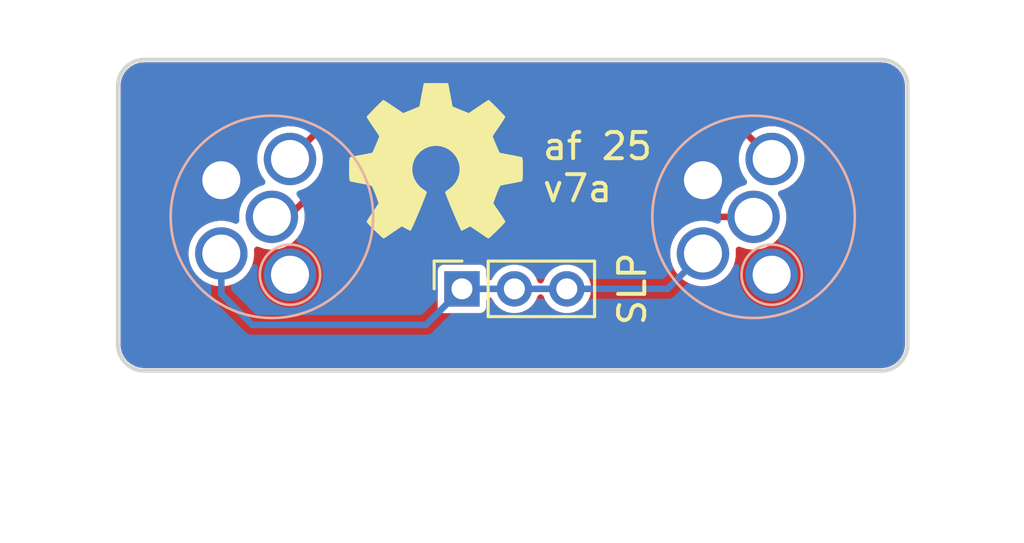
<source format=kicad_pcb>
(kicad_pcb (version 20241229) (generator "pcbnew") (generator_version "9.0")
  (title_block (title "MiniXLR adapter (AD-FS)") (date "2025-11-10") (rev "7a") (company "elagil"))
  (layers (0 "F.Cu" signal) (2 "B.Cu" signal) (13 "F.Paste" user) (15 "B.Paste" user) (5 "F.SilkS" user "F.Silkscreen") (7 "B.SilkS" user "B.Silkscreen") (1 "F.Mask" user) (3 "B.Mask" user) (25 "Edge.Cuts" user))
  (net 0 "")
  (net 1 "/GREEN")
  (net 2 "/DET")
  (net 3 "/SLP")
  (net 4 "/BLUE")
  (net 5 "/RED")
  (footprint "Symbol:OSHW-Symbol_6.7x6mm_SilkScreen" (layer "F.Cu") (at 146 102.875)
    (property "Reference" "oshw1" (hide yes))
    (property "Value" "Logo_Open_Hardware_Large" (hide yes))
    (fp_poly (pts (xy 0.555814 -2.531069) (xy 0.639635 -2.086445) (xy 0.94892 -1.958947) (xy 1.258206 -1.831449) (xy 1.629246 -2.083754) (xy 1.733157 -2.154004) (xy 1.827087 -2.216728) (xy 1.906652 -2.269062) (xy 1.96747 -2.308143) (xy 2.005157 -2.331107) (xy 2.015421 -2.336058) (xy 2.03391 -2.323324) (xy 2.07342 -2.288118) (xy 2.129522 -2.234938) (xy 2.197787 -2.168282) (xy 2.273786 -2.092646) (xy 2.353092 -2.012528) (xy 2.431275 -1.932426) (xy 2.503907 -1.856836) (xy 2.566559 -1.790255) (xy 2.614803 -1.737182) (xy 2.64421 -1.702113) (xy 2.651241 -1.690377) (xy 2.641123 -1.66874) (xy 2.612759 -1.621338) (xy 2.569129 -1.552807) (xy 2.513218 -1.467785) (xy 2.448006 -1.370907) (xy 2.410219 -1.31565) (xy 2.341343 -1.214752) (xy 2.28014 -1.123701) (xy 2.229578 -1.04703) (xy 2.192628 -0.989272) (xy 2.172258 -0.954957) (xy 2.169197 -0.947746) (xy 2.176136 -0.927252) (xy 2.195051 -0.879487) (xy 2.223087 -0.811168) (xy 2.257391 -0.729011) (xy 2.295109 -0.63973) (xy 2.333387 -0.550042) (xy 2.36937 -0.466662) (xy 2.400206 -0.396306) (xy 2.423039 -0.34569) (xy 2.435017 -0.321529) (xy 2.435724 -0.320578) (xy 2.454531 -0.315964) (xy 2.504618 -0.305672) (xy 2.580793 -0.290713) (xy 2.677865 -0.272099) (xy 2.790643 -0.250841) (xy 2.856442 -0.238582) (xy 2.97695 -0.215638) (xy 3.085797 -0.193805) (xy 3.177476 -0.174278) (xy 3.246481 -0.158252) (xy 3.287304 -0.146921) (xy 3.295511 -0.143326) (xy 3.303548 -0.118994) (xy 3.310033 -0.064041) (xy 3.31497 0.015108) (xy 3.318364 0.112026) (xy 3.320218 0.220287) (xy 3.320538 0.333465) (xy 3.319327 0.445135) (xy 3.31659 0.548868) (xy 3.312331 0.638241) (xy 3.306555 0.706826) (xy 3.299267 0.748197) (xy 3.294895 0.75681) (xy 3.268764 0.767133) (xy 3.213393 0.781892) (xy 3.136107 0.799352) (xy 3.04423 0.81778) (xy 3.012158 0.823741) (xy 2.857524 0.852066) (xy 2.735375 0.874876) (xy 2.641673 0.89308) (xy 2.572384 0.907583) (xy 2.523471 0.919292) (xy 2.490897 0.929115) (xy 2.470628 0.937956) (xy 2.458626 0.946724) (xy 2.456947 0.948457) (xy 2.440184 0.976371) (xy 2.414614 1.030695) (xy 2.382788 1.104777) (xy 2.34726 1.191965) (xy 2.310583 1.285608) (xy 2.275311 1.379052) (xy 2.243996 1.465647) (xy 2.219193 1.53874) (xy 2.203454 1.591678) (xy 2.199332 1.617811) (xy 2.199676 1.618726) (xy 2.213641 1.640086) (xy 2.245322 1.687084) (xy 2.291391 1.754827) (xy 2.348518 1.838423) (xy 2.413373 1.932982) (xy 2.431843 1.959854) (xy 2.497699 2.057275) (xy 2.55565 2.146163) (xy 2.602538 2.221412) (xy 2.635207 2.27792) (xy 2.6505 2.310581) (xy 2.651241 2.314593) (xy 2.638392 2.335684) (xy 2.602888 2.377464) (xy 2.549293 2.435445) (xy 2.482171 2.505135) (xy 2.406087 2.582045) (xy 2.325604 2.661683) (xy 2.245287 2.739561) (xy 2.169699 2.811186) (xy 2.103405 2.87207) (xy 2.050969 2.917721) (xy 2.016955 2.94365) (xy 2.007545 2.947883) (xy 1.985643 2.937912) (xy 1.9408 2.91102) (xy 1.880321 2.871736) (xy 1.833789 2.840117) (xy 1.749475 2.782098) (xy 1.649626 2.713784) (xy 1.549473 2.645579) (xy 1.495627 2.609075) (xy 1.313371 2.4858) (xy 1.160381 2.56852) (xy 1.090682 2.604759) (xy 1.031414 2.632926) (xy 0.991311 2.648991) (xy 0.981103 2.651226) (xy 0.968829 2.634722) (xy 0.944613 2.588082) (xy 0.910263 2.515609) (xy 0.867588 2.421606) (xy 0.818394 2.310374) (xy 0.76449 2.186215) (xy 0.707684 2.053432) (xy 0.649782 1.916327) (xy 0.592593 1.779202) (xy 0.537924 1.646358) (xy 0.487584 1.522098) (xy 0.44338 1.410725) (xy 0.407119 1.316539) (xy 0.380609 1.243844) (xy 0.365658 1.196941) (xy 0.363254 1.180833) (xy 0.382311 1.160286) (xy 0.424036 1.126933) (xy 0.479706 1.087702) (xy 0.484378 1.084599) (xy 0.628264 0.969423) (xy 0.744283 0.835053) (xy 0.83143 0.685784) (xy 0.888699 0.525913) (xy 0.915086 0.359737) (xy 0.909585 0.191552) (xy 0.87119 0.025655) (xy 0.798895 -0.133658) (xy 0.777626 -0.168513) (xy 0.666996 -0.309263) (xy 0.536302 -0.422286) (xy 0.390064 -0.506997) (xy 0.232808 -0.562806) (xy 0.069057 -0.589126) (xy -0.096667 -0.58537) (xy -0.259838 -0.55095) (xy -0.415935 -0.485277) (xy -0.560433 -0.387765) (xy -0.605131 -0.348187) (xy -0.718888 -0.224297) (xy -0.801782 -0.093876) (xy -0.858644 0.052315) (xy -0.890313 0.197088) (xy -0.898131 0.35986) (xy -0.872062 0.52344) (xy -0.814755 0.682298) (xy -0.728856 0.830906) (xy -0.617014 0.963735) (xy -0.481877 1.075256) (xy -0.464117 1.087011) (xy -0.40785 1.125508) (xy -0.365077 1.158863) (xy -0.344628 1.18016) (xy -0.344331 1.180833) (xy -0.348721 1.203871) (xy -0.366124 1.256157) (xy -0.394732 1.33339) (xy -0.432735 1.431268) (xy -0.478326 1.545491) (xy -0.529697 1.671758) (xy -0.585038 1.805767) (xy -0.642542 1.943218) (xy -0.700399 2.079808) (xy -0.756802 2.211237) (xy -0.809942 2.333205) (xy -0.85801 2.441409) (xy -0.899199 2.531549) (xy -0.931699 2.599323) (xy -0.953703 2.64043) (xy -0.962564 2.651226) (xy -0.98964 2.642819) (xy -1.040303 2.620272) (xy -1.105817 2.587613) (xy -1.141841 2.56852) (xy -1.294832 2.4858) (xy -1.477088 2.609075) (xy -1.570125 2.672228) (xy -1.671985 2.741727) (xy -1.767438 2.807165) (xy -1.81525 2.840117) (xy -1.882495 2.885273) (xy -1.939436 2.921057) (xy -1.978646 2.942938) (xy -1.991381 2.947563) (xy -2.009917 2.935085) (xy -2.050941 2.900252) (xy -2.110475 2.846678) (xy -2.184542 2.777983) (xy -2.269165 2.697781) (xy -2.322685 2.646286) (xy -2.416319 2.554286) (xy -2.497241 2.471999) (xy -2.562177 2.402945) (xy -2.607858 2.350644) (xy -2.631011 2.318616) (xy -2.633232 2.312116) (xy -2.622924 2.287394) (xy -2.594439 2.237405) (xy -2.550937 2.167212) (xy -2.495577 2.081875) (xy -2.43152 1.986456) (xy -2.413303 1.959854) (xy -2.346927 1.863167) (xy -2.287378 1.776117) (xy -2.237984 1.703595) (xy -2.202075 1.650493) (xy -2.182981 1.621703) (xy -2.181136 1.618726) (xy -2.183895 1.595782) (xy -2.198538 1.545336) (xy -2.222513 1.474041) (xy -2.253266 1.388547) (xy -2.288244 1.295507) (xy -2.324893 1.201574) (xy -2.360661 1.113399) (xy -2.392994 1.037634) (xy -2.419338 0.980931) (xy -2.437142 0.949943) (xy -2.438407 0.948457) (xy -2.449294 0.939601) (xy -2.467682 0.930843) (xy -2.497606 0.921277) (xy -2.543103 0.909996) (xy -2.608209 0.896093) (xy -2.696961 0.878663) (xy -2.813393 0.856798) (xy -2.961542 0.829591) (xy -2.993618 0.823741) (xy -3.088686 0.805374) (xy -3.171565 0.787405) (xy -3.23493 0.771569) (xy -3.271458 0.7596) (xy -3.276356 0.75681) (xy -3.284427 0.732072) (xy -3.290987 0.67679) (xy -3.296033 0.597389) (xy -3.299559 0.500296) (xy -3.301561 0.391938) (xy -3.302036 0.27874) (xy -3.300977 0.167128) (xy -3.298382 0.063529) (xy -3.294246 -0.025632) (xy -3.288563 -0.093928) (xy -3.281331 -0.134934) (xy -3.276971 -0.143326) (xy -3.252698 -0.151792) (xy -3.197426 -0.165565) (xy -3.116662 -0.18345) (xy -3.015912 -0.204252) (xy -2.900683 -0.226777) (xy -2.837902 -0.238582) (xy -2.718787 -0.260849) (xy -2.612565 -0.281021) (xy -2.524427 -0.298085) (xy -2.459566 -0.311031) (xy -2.423174 -0.318845) (xy -2.417184 -0.320578) (xy -2.407061 -0.34011) (xy -2.385662 -0.387157) (xy -2.355839 -0.454997) (xy -2.320445 -0.536909) (xy -2.282332 -0.626172) (xy -2.244353 -0.716065) (xy -2.20936 -0.799865) (xy -2.180206 -0.870853) (xy -2.159743 -0.922306) (xy -2.150823 -0.947503) (xy -2.150657 -0.948604) (xy -2.160769 -0.968481) (xy -2.189117 -1.014223) (xy -2.232723 -1.081283) (xy -2.288606 -1.165116) (xy -2.353787 -1.261174) (xy -2.391679 -1.31635) (xy -2.460725 -1.417519) (xy -2.52205 -1.50937) (xy -2.572663 -1.587256) (xy -2.609571 -1.646531) (xy -2.629782 -1.682549) (xy -2.632701 -1.690623) (xy -2.620153 -1.709416) (xy -2.585463 -1.749543) (xy -2.533063 -1.806507) (xy -2.467384 -1.875815) (xy -2.392856 -1.952969) (xy -2.313913 -2.033475) (xy -2.234983 -2.112837) (xy -2.1605 -2.18656) (xy -2.094894 -2.250148) (xy -2.042596 -2.299106) (xy -2.008039 -2.328939) (xy -1.996478 -2.336058) (xy -1.977654 -2.326047) (xy -1.932631 -2.297922) (xy -1.865787 -2.254546) (xy -1.781499 -2.198782) (xy -1.684144 -2.133494) (xy -1.610707 -2.083754) (xy -1.239667 -1.831449) (xy -0.621095 -2.086445) (xy -0.537275 -2.531069) (xy -0.453454 -2.975693) (xy 0.471994 -2.975693) (xy 0.555814 -2.531069)) (stroke (width 0.01)) (fill yes) (layer "F.SilkS"))
  )
  (footprint "Connector_PinSocket_2.00mm:PinSocket_1x03_P2.00mm_Vertical" (layer "F.Cu") (at 147 107.75 90)
    (property "Reference" "J3" (hide yes))
    (property "Value" "SLP" (at 0 6.5 90) (layer "F.SilkS"))
    (fp_line (start 1.06 -1.06) (end 1.06 0) (stroke (width 0.12)) (layer "F.SilkS"))
    (fp_line (start 0 -1.06) (end 1.06 -1.06) (stroke (width 0.12)) (layer "F.SilkS"))
    (fp_line (start 1.06 1) (end 1.06 5.06) (stroke (width 0.12)) (layer "F.SilkS"))
    (fp_line (start -1.06 1) (end 1.06 1) (stroke (width 0.12)) (layer "F.SilkS"))
    (fp_line (start -1.06 1) (end -1.06 5.06) (stroke (width 0.12)) (layer "F.SilkS"))
    (fp_line (start -1.06 5.06) (end 1.06 5.06) (stroke (width 0.12)) (layer "F.SilkS"))
    (pad "1" thru_hole rect (at 0 0 90) (size 1.35 1.35) (drill 0.8) (layers "*.Cu" "*.Mask") (net 3 "/SLP"))
    (pad "2" thru_hole circle (at 0 2 90) (size 1.35 1.35) (drill 0.8) (layers "*.Cu" "*.Mask") (net 3 "/SLP"))
    (pad "3" thru_hole circle (at 0 4 90) (size 1.35 1.35) (drill 0.8) (layers "*.Cu" "*.Mask") (net 3 "/SLP"))
  )
  (footprint "connector_audio:MiniXLR-5_Rean_RT5MPR" (layer "B.Cu") (at 158.125 105 90)
    (property "Reference" "J2" (hide yes))
    (property "Value" "XLR5")
    (fp_circle (center 0 0) (end 0.635 3.81) (stroke (width 0.1)) (fill no) (layer "B.SilkS"))
    (fp_circle (center -2.21 0.69) (end -1.06 0.69) (stroke (width 0.1)) (fill no) (layer "B.SilkS"))
    (pad "1" thru_hole circle (at -2.21 0.69 270) (size 2 2) (drill 1.45) (layers "*.Cu" "*.Mask") (net 4 "/BLUE"))
    (pad "2" thru_hole circle (at -1.4 -1.93 270) (size 2 2) (drill 1.45) (layers "*.Cu" "*.Mask") (net 3 "/SLP"))
    (pad "3" thru_hole circle (at 1.4 -1.93 270) (size 2 2) (drill 1.45) (layers "*.Cu" "*.Mask") (net 5 "/RED"))
    (pad "4" thru_hole circle (at 2.21 0.69 270) (size 2 2) (drill 1.45) (layers "*.Cu" "*.Mask") (net 1 "/GREEN"))
    (pad "5" thru_hole circle (at 0 0 270) (size 2 2) (drill 1.45) (layers "*.Cu" "*.Mask") (net 2 "/DET"))
  )
  (footprint "connector_audio:MiniXLR-5_Rean_RT5MPR" (layer "B.Cu") (at 139.75 105 90)
    (property "Reference" "J1" (hide yes))
    (property "Value" "XLR5")
    (fp_circle (center 0 0) (end 0.635 3.81) (stroke (width 0.1)) (fill no) (layer "B.SilkS"))
    (fp_circle (center -2.21 0.69) (end -1.06 0.69) (stroke (width 0.1)) (fill no) (layer "B.SilkS"))
    (pad "1" thru_hole circle (at -2.21 0.69 270) (size 2 2) (drill 1.45) (layers "*.Cu" "*.Mask") (net 4 "/BLUE"))
    (pad "2" thru_hole circle (at -1.4 -1.93 270) (size 2 2) (drill 1.45) (layers "*.Cu" "*.Mask") (net 3 "/SLP"))
    (pad "3" thru_hole circle (at 1.4 -1.93 270) (size 2 2) (drill 1.45) (layers "*.Cu" "*.Mask") (net 5 "/RED"))
    (pad "4" thru_hole circle (at 2.21 0.69 270) (size 2 2) (drill 1.45) (layers "*.Cu" "*.Mask") (net 1 "/GREEN"))
    (pad "5" thru_hole circle (at 0 0 270) (size 2 2) (drill 1.45) (layers "*.Cu" "*.Mask") (net 2 "/DET"))
  )
  (gr_line (start 134.875 99) (end 163 99) (stroke (width 0.15)) (layer "Edge.Cuts"))
  (gr_line (start 164 100) (end 164 109.875) (stroke (width 0.15)) (layer "Edge.Cuts"))
  (gr_line (start 163 110.875) (end 134.875 110.875) (stroke (width 0.15)) (layer "Edge.Cuts"))
  (gr_arc (start 164 109.875) (mid 163.707107 110.582107) (end 163 110.875) (stroke (width 0.15)) (layer "Edge.Cuts"))
  (gr_arc (start 133.875 100) (mid 134.167893 99.292893) (end 134.875 99) (stroke (width 0.15)) (layer "Edge.Cuts"))
  (gr_line (start 133.875 109.875) (end 133.875 100) (stroke (width 0.15)) (layer "Edge.Cuts"))
  (gr_arc (start 163 99) (mid 163.707107 99.292893) (end 164 100) (stroke (width 0.15)) (layer "Edge.Cuts"))
  (gr_arc (start 134.875 110.875) (mid 134.167893 110.582107) (end 133.875 109.875) (stroke (width 0.15)) (layer "Edge.Cuts"))
  (gr_text "af 25\nv7a" (at 150 104.5 0) (layer "F.SilkS") (effects (font (size 1 1)) (justify left bottom)))
  (segment (start 156.275 100.25) (end 158.815 102.79) (width 0.25) (layer "F.Cu") (net 1))
  (segment (start 140.44 102.79) (end 142.98 100.25) (width 0.25) (layer "F.Cu") (net 1))
  (segment (start 142.98 100.25) (end 156.275 100.25) (width 0.25) (layer "F.Cu") (net 1))
  (segment (start 140.375 105) (end 144.5 100.875) (width 0.25) (layer "F.Cu") (net 2))
  (segment (start 139.75 105) (end 140.375 105) (width 0.25) (layer "F.Cu") (net 2))
  (segment (start 151.5 100.875) (end 155.625 105) (width 0.25) (layer "F.Cu") (net 2))
  (segment (start 144.5 100.875) (end 151.5 100.875) (width 0.25) (layer "F.Cu") (net 2))
  (segment (start 155.625 105) (end 158.125 105) (width 0.25) (layer "F.Cu") (net 2))
  (segment (start 147 107.75) (end 149 107.75) (width 0.25) (layer "B.Cu") (net 3))
  (segment (start 149 107.75) (end 151 107.75) (width 0.25) (layer "B.Cu") (net 3))
  (segment (start 137.82 107.945) (end 139 109.125) (width 0.25) (layer "B.Cu") (net 3))
  (segment (start 139 109.125) (end 145.625 109.125) (width 0.25) (layer "B.Cu") (net 3))
  (segment (start 154.845 107.75) (end 151 107.75) (width 0.25) (layer "B.Cu") (net 3))
  (segment (start 145.625 109.125) (end 147 107.75) (width 0.25) (layer "B.Cu") (net 3))
  (segment (start 137.82 106.4) (end 137.82 107.945) (width 0.25) (layer "B.Cu") (net 3))
  (segment (start 156.195 106.4) (end 154.845 107.75) (width 0.25) (layer "B.Cu") (net 3))
  (zone (net 4) (net_name "/BLUE") (layer "F.Cu") (connect_pads yes (clearance 0.25)) (min_thickness 0.25) (fill yes (thermal_gap 0.5) (thermal_bridge_width 0.5))
    (polygon (pts (xy 133.875 99) (xy 164 99) (xy 164 110.875) (xy 133.875 110.875)))
  )
  (zone (net 5) (net_name "/RED") (layer "B.Cu") (priority 1) (connect_pads yes (clearance 0.25)) (min_thickness 0.25) (fill yes (thermal_gap 0.5) (thermal_bridge_width 0.5))
    (polygon (pts (xy 164 99) (xy 133.875 99) (xy 133.875 110.875) (xy 164 110.875)))
  )
)
</source>
